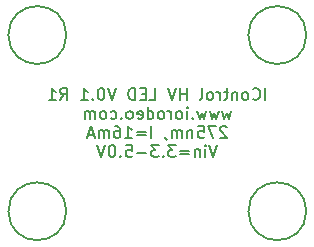
<source format=gbo>
%TF.GenerationSoftware,KiCad,Pcbnew,7.0.8-7.0.8~ubuntu22.04.1*%
%TF.CreationDate,2024-02-01T21:47:39-08:00*%
%TF.ProjectId,275nm_SU_CULBN2_16mA,3237356e-6d5f-4535-955f-43554c424e32,rev?*%
%TF.SameCoordinates,Original*%
%TF.FileFunction,Legend,Bot*%
%TF.FilePolarity,Positive*%
%FSLAX46Y46*%
G04 Gerber Fmt 4.6, Leading zero omitted, Abs format (unit mm)*
G04 Created by KiCad (PCBNEW 7.0.8-7.0.8~ubuntu22.04.1) date 2024-02-01 21:47:39*
%MOMM*%
%LPD*%
G01*
G04 APERTURE LIST*
%ADD10C,0.150000*%
G04 APERTURE END LIST*
D10*
X71842857Y-58039819D02*
X71842857Y-57039819D01*
X70795239Y-57944580D02*
X70842858Y-57992200D01*
X70842858Y-57992200D02*
X70985715Y-58039819D01*
X70985715Y-58039819D02*
X71080953Y-58039819D01*
X71080953Y-58039819D02*
X71223810Y-57992200D01*
X71223810Y-57992200D02*
X71319048Y-57896961D01*
X71319048Y-57896961D02*
X71366667Y-57801723D01*
X71366667Y-57801723D02*
X71414286Y-57611247D01*
X71414286Y-57611247D02*
X71414286Y-57468390D01*
X71414286Y-57468390D02*
X71366667Y-57277914D01*
X71366667Y-57277914D02*
X71319048Y-57182676D01*
X71319048Y-57182676D02*
X71223810Y-57087438D01*
X71223810Y-57087438D02*
X71080953Y-57039819D01*
X71080953Y-57039819D02*
X70985715Y-57039819D01*
X70985715Y-57039819D02*
X70842858Y-57087438D01*
X70842858Y-57087438D02*
X70795239Y-57135057D01*
X70223810Y-58039819D02*
X70319048Y-57992200D01*
X70319048Y-57992200D02*
X70366667Y-57944580D01*
X70366667Y-57944580D02*
X70414286Y-57849342D01*
X70414286Y-57849342D02*
X70414286Y-57563628D01*
X70414286Y-57563628D02*
X70366667Y-57468390D01*
X70366667Y-57468390D02*
X70319048Y-57420771D01*
X70319048Y-57420771D02*
X70223810Y-57373152D01*
X70223810Y-57373152D02*
X70080953Y-57373152D01*
X70080953Y-57373152D02*
X69985715Y-57420771D01*
X69985715Y-57420771D02*
X69938096Y-57468390D01*
X69938096Y-57468390D02*
X69890477Y-57563628D01*
X69890477Y-57563628D02*
X69890477Y-57849342D01*
X69890477Y-57849342D02*
X69938096Y-57944580D01*
X69938096Y-57944580D02*
X69985715Y-57992200D01*
X69985715Y-57992200D02*
X70080953Y-58039819D01*
X70080953Y-58039819D02*
X70223810Y-58039819D01*
X69461905Y-57373152D02*
X69461905Y-58039819D01*
X69461905Y-57468390D02*
X69414286Y-57420771D01*
X69414286Y-57420771D02*
X69319048Y-57373152D01*
X69319048Y-57373152D02*
X69176191Y-57373152D01*
X69176191Y-57373152D02*
X69080953Y-57420771D01*
X69080953Y-57420771D02*
X69033334Y-57516009D01*
X69033334Y-57516009D02*
X69033334Y-58039819D01*
X68700000Y-57373152D02*
X68319048Y-57373152D01*
X68557143Y-57039819D02*
X68557143Y-57896961D01*
X68557143Y-57896961D02*
X68509524Y-57992200D01*
X68509524Y-57992200D02*
X68414286Y-58039819D01*
X68414286Y-58039819D02*
X68319048Y-58039819D01*
X67985714Y-58039819D02*
X67985714Y-57373152D01*
X67985714Y-57563628D02*
X67938095Y-57468390D01*
X67938095Y-57468390D02*
X67890476Y-57420771D01*
X67890476Y-57420771D02*
X67795238Y-57373152D01*
X67795238Y-57373152D02*
X67700000Y-57373152D01*
X67223809Y-58039819D02*
X67319047Y-57992200D01*
X67319047Y-57992200D02*
X67366666Y-57944580D01*
X67366666Y-57944580D02*
X67414285Y-57849342D01*
X67414285Y-57849342D02*
X67414285Y-57563628D01*
X67414285Y-57563628D02*
X67366666Y-57468390D01*
X67366666Y-57468390D02*
X67319047Y-57420771D01*
X67319047Y-57420771D02*
X67223809Y-57373152D01*
X67223809Y-57373152D02*
X67080952Y-57373152D01*
X67080952Y-57373152D02*
X66985714Y-57420771D01*
X66985714Y-57420771D02*
X66938095Y-57468390D01*
X66938095Y-57468390D02*
X66890476Y-57563628D01*
X66890476Y-57563628D02*
X66890476Y-57849342D01*
X66890476Y-57849342D02*
X66938095Y-57944580D01*
X66938095Y-57944580D02*
X66985714Y-57992200D01*
X66985714Y-57992200D02*
X67080952Y-58039819D01*
X67080952Y-58039819D02*
X67223809Y-58039819D01*
X66319047Y-58039819D02*
X66414285Y-57992200D01*
X66414285Y-57992200D02*
X66461904Y-57896961D01*
X66461904Y-57896961D02*
X66461904Y-57039819D01*
X65176189Y-58039819D02*
X65176189Y-57039819D01*
X65176189Y-57516009D02*
X64604761Y-57516009D01*
X64604761Y-58039819D02*
X64604761Y-57039819D01*
X64271427Y-57039819D02*
X63938094Y-58039819D01*
X63938094Y-58039819D02*
X63604761Y-57039819D01*
X62033332Y-58039819D02*
X62509522Y-58039819D01*
X62509522Y-58039819D02*
X62509522Y-57039819D01*
X61699998Y-57516009D02*
X61366665Y-57516009D01*
X61223808Y-58039819D02*
X61699998Y-58039819D01*
X61699998Y-58039819D02*
X61699998Y-57039819D01*
X61699998Y-57039819D02*
X61223808Y-57039819D01*
X60795236Y-58039819D02*
X60795236Y-57039819D01*
X60795236Y-57039819D02*
X60557141Y-57039819D01*
X60557141Y-57039819D02*
X60414284Y-57087438D01*
X60414284Y-57087438D02*
X60319046Y-57182676D01*
X60319046Y-57182676D02*
X60271427Y-57277914D01*
X60271427Y-57277914D02*
X60223808Y-57468390D01*
X60223808Y-57468390D02*
X60223808Y-57611247D01*
X60223808Y-57611247D02*
X60271427Y-57801723D01*
X60271427Y-57801723D02*
X60319046Y-57896961D01*
X60319046Y-57896961D02*
X60414284Y-57992200D01*
X60414284Y-57992200D02*
X60557141Y-58039819D01*
X60557141Y-58039819D02*
X60795236Y-58039819D01*
X59176188Y-57039819D02*
X58842855Y-58039819D01*
X58842855Y-58039819D02*
X58509522Y-57039819D01*
X57985712Y-57039819D02*
X57890474Y-57039819D01*
X57890474Y-57039819D02*
X57795236Y-57087438D01*
X57795236Y-57087438D02*
X57747617Y-57135057D01*
X57747617Y-57135057D02*
X57699998Y-57230295D01*
X57699998Y-57230295D02*
X57652379Y-57420771D01*
X57652379Y-57420771D02*
X57652379Y-57658866D01*
X57652379Y-57658866D02*
X57699998Y-57849342D01*
X57699998Y-57849342D02*
X57747617Y-57944580D01*
X57747617Y-57944580D02*
X57795236Y-57992200D01*
X57795236Y-57992200D02*
X57890474Y-58039819D01*
X57890474Y-58039819D02*
X57985712Y-58039819D01*
X57985712Y-58039819D02*
X58080950Y-57992200D01*
X58080950Y-57992200D02*
X58128569Y-57944580D01*
X58128569Y-57944580D02*
X58176188Y-57849342D01*
X58176188Y-57849342D02*
X58223807Y-57658866D01*
X58223807Y-57658866D02*
X58223807Y-57420771D01*
X58223807Y-57420771D02*
X58176188Y-57230295D01*
X58176188Y-57230295D02*
X58128569Y-57135057D01*
X58128569Y-57135057D02*
X58080950Y-57087438D01*
X58080950Y-57087438D02*
X57985712Y-57039819D01*
X57223807Y-57944580D02*
X57176188Y-57992200D01*
X57176188Y-57992200D02*
X57223807Y-58039819D01*
X57223807Y-58039819D02*
X57271426Y-57992200D01*
X57271426Y-57992200D02*
X57223807Y-57944580D01*
X57223807Y-57944580D02*
X57223807Y-58039819D01*
X56223808Y-58039819D02*
X56795236Y-58039819D01*
X56509522Y-58039819D02*
X56509522Y-57039819D01*
X56509522Y-57039819D02*
X56604760Y-57182676D01*
X56604760Y-57182676D02*
X56699998Y-57277914D01*
X56699998Y-57277914D02*
X56795236Y-57325533D01*
X54461903Y-58039819D02*
X54795236Y-57563628D01*
X55033331Y-58039819D02*
X55033331Y-57039819D01*
X55033331Y-57039819D02*
X54652379Y-57039819D01*
X54652379Y-57039819D02*
X54557141Y-57087438D01*
X54557141Y-57087438D02*
X54509522Y-57135057D01*
X54509522Y-57135057D02*
X54461903Y-57230295D01*
X54461903Y-57230295D02*
X54461903Y-57373152D01*
X54461903Y-57373152D02*
X54509522Y-57468390D01*
X54509522Y-57468390D02*
X54557141Y-57516009D01*
X54557141Y-57516009D02*
X54652379Y-57563628D01*
X54652379Y-57563628D02*
X55033331Y-57563628D01*
X53509522Y-58039819D02*
X54080950Y-58039819D01*
X53795236Y-58039819D02*
X53795236Y-57039819D01*
X53795236Y-57039819D02*
X53890474Y-57182676D01*
X53890474Y-57182676D02*
X53985712Y-57277914D01*
X53985712Y-57277914D02*
X54080950Y-57325533D01*
X68938094Y-58983152D02*
X68747618Y-59649819D01*
X68747618Y-59649819D02*
X68557142Y-59173628D01*
X68557142Y-59173628D02*
X68366666Y-59649819D01*
X68366666Y-59649819D02*
X68176190Y-58983152D01*
X67890475Y-58983152D02*
X67699999Y-59649819D01*
X67699999Y-59649819D02*
X67509523Y-59173628D01*
X67509523Y-59173628D02*
X67319047Y-59649819D01*
X67319047Y-59649819D02*
X67128571Y-58983152D01*
X66842856Y-58983152D02*
X66652380Y-59649819D01*
X66652380Y-59649819D02*
X66461904Y-59173628D01*
X66461904Y-59173628D02*
X66271428Y-59649819D01*
X66271428Y-59649819D02*
X66080952Y-58983152D01*
X65699999Y-59554580D02*
X65652380Y-59602200D01*
X65652380Y-59602200D02*
X65699999Y-59649819D01*
X65699999Y-59649819D02*
X65747618Y-59602200D01*
X65747618Y-59602200D02*
X65699999Y-59554580D01*
X65699999Y-59554580D02*
X65699999Y-59649819D01*
X65223809Y-59649819D02*
X65223809Y-58983152D01*
X65223809Y-58649819D02*
X65271428Y-58697438D01*
X65271428Y-58697438D02*
X65223809Y-58745057D01*
X65223809Y-58745057D02*
X65176190Y-58697438D01*
X65176190Y-58697438D02*
X65223809Y-58649819D01*
X65223809Y-58649819D02*
X65223809Y-58745057D01*
X64604762Y-59649819D02*
X64700000Y-59602200D01*
X64700000Y-59602200D02*
X64747619Y-59554580D01*
X64747619Y-59554580D02*
X64795238Y-59459342D01*
X64795238Y-59459342D02*
X64795238Y-59173628D01*
X64795238Y-59173628D02*
X64747619Y-59078390D01*
X64747619Y-59078390D02*
X64700000Y-59030771D01*
X64700000Y-59030771D02*
X64604762Y-58983152D01*
X64604762Y-58983152D02*
X64461905Y-58983152D01*
X64461905Y-58983152D02*
X64366667Y-59030771D01*
X64366667Y-59030771D02*
X64319048Y-59078390D01*
X64319048Y-59078390D02*
X64271429Y-59173628D01*
X64271429Y-59173628D02*
X64271429Y-59459342D01*
X64271429Y-59459342D02*
X64319048Y-59554580D01*
X64319048Y-59554580D02*
X64366667Y-59602200D01*
X64366667Y-59602200D02*
X64461905Y-59649819D01*
X64461905Y-59649819D02*
X64604762Y-59649819D01*
X63842857Y-59649819D02*
X63842857Y-58983152D01*
X63842857Y-59173628D02*
X63795238Y-59078390D01*
X63795238Y-59078390D02*
X63747619Y-59030771D01*
X63747619Y-59030771D02*
X63652381Y-58983152D01*
X63652381Y-58983152D02*
X63557143Y-58983152D01*
X63080952Y-59649819D02*
X63176190Y-59602200D01*
X63176190Y-59602200D02*
X63223809Y-59554580D01*
X63223809Y-59554580D02*
X63271428Y-59459342D01*
X63271428Y-59459342D02*
X63271428Y-59173628D01*
X63271428Y-59173628D02*
X63223809Y-59078390D01*
X63223809Y-59078390D02*
X63176190Y-59030771D01*
X63176190Y-59030771D02*
X63080952Y-58983152D01*
X63080952Y-58983152D02*
X62938095Y-58983152D01*
X62938095Y-58983152D02*
X62842857Y-59030771D01*
X62842857Y-59030771D02*
X62795238Y-59078390D01*
X62795238Y-59078390D02*
X62747619Y-59173628D01*
X62747619Y-59173628D02*
X62747619Y-59459342D01*
X62747619Y-59459342D02*
X62795238Y-59554580D01*
X62795238Y-59554580D02*
X62842857Y-59602200D01*
X62842857Y-59602200D02*
X62938095Y-59649819D01*
X62938095Y-59649819D02*
X63080952Y-59649819D01*
X61890476Y-59649819D02*
X61890476Y-58649819D01*
X61890476Y-59602200D02*
X61985714Y-59649819D01*
X61985714Y-59649819D02*
X62176190Y-59649819D01*
X62176190Y-59649819D02*
X62271428Y-59602200D01*
X62271428Y-59602200D02*
X62319047Y-59554580D01*
X62319047Y-59554580D02*
X62366666Y-59459342D01*
X62366666Y-59459342D02*
X62366666Y-59173628D01*
X62366666Y-59173628D02*
X62319047Y-59078390D01*
X62319047Y-59078390D02*
X62271428Y-59030771D01*
X62271428Y-59030771D02*
X62176190Y-58983152D01*
X62176190Y-58983152D02*
X61985714Y-58983152D01*
X61985714Y-58983152D02*
X61890476Y-59030771D01*
X61033333Y-59602200D02*
X61128571Y-59649819D01*
X61128571Y-59649819D02*
X61319047Y-59649819D01*
X61319047Y-59649819D02*
X61414285Y-59602200D01*
X61414285Y-59602200D02*
X61461904Y-59506961D01*
X61461904Y-59506961D02*
X61461904Y-59126009D01*
X61461904Y-59126009D02*
X61414285Y-59030771D01*
X61414285Y-59030771D02*
X61319047Y-58983152D01*
X61319047Y-58983152D02*
X61128571Y-58983152D01*
X61128571Y-58983152D02*
X61033333Y-59030771D01*
X61033333Y-59030771D02*
X60985714Y-59126009D01*
X60985714Y-59126009D02*
X60985714Y-59221247D01*
X60985714Y-59221247D02*
X61461904Y-59316485D01*
X60414285Y-59649819D02*
X60509523Y-59602200D01*
X60509523Y-59602200D02*
X60557142Y-59554580D01*
X60557142Y-59554580D02*
X60604761Y-59459342D01*
X60604761Y-59459342D02*
X60604761Y-59173628D01*
X60604761Y-59173628D02*
X60557142Y-59078390D01*
X60557142Y-59078390D02*
X60509523Y-59030771D01*
X60509523Y-59030771D02*
X60414285Y-58983152D01*
X60414285Y-58983152D02*
X60271428Y-58983152D01*
X60271428Y-58983152D02*
X60176190Y-59030771D01*
X60176190Y-59030771D02*
X60128571Y-59078390D01*
X60128571Y-59078390D02*
X60080952Y-59173628D01*
X60080952Y-59173628D02*
X60080952Y-59459342D01*
X60080952Y-59459342D02*
X60128571Y-59554580D01*
X60128571Y-59554580D02*
X60176190Y-59602200D01*
X60176190Y-59602200D02*
X60271428Y-59649819D01*
X60271428Y-59649819D02*
X60414285Y-59649819D01*
X59652380Y-59554580D02*
X59604761Y-59602200D01*
X59604761Y-59602200D02*
X59652380Y-59649819D01*
X59652380Y-59649819D02*
X59699999Y-59602200D01*
X59699999Y-59602200D02*
X59652380Y-59554580D01*
X59652380Y-59554580D02*
X59652380Y-59649819D01*
X58747619Y-59602200D02*
X58842857Y-59649819D01*
X58842857Y-59649819D02*
X59033333Y-59649819D01*
X59033333Y-59649819D02*
X59128571Y-59602200D01*
X59128571Y-59602200D02*
X59176190Y-59554580D01*
X59176190Y-59554580D02*
X59223809Y-59459342D01*
X59223809Y-59459342D02*
X59223809Y-59173628D01*
X59223809Y-59173628D02*
X59176190Y-59078390D01*
X59176190Y-59078390D02*
X59128571Y-59030771D01*
X59128571Y-59030771D02*
X59033333Y-58983152D01*
X59033333Y-58983152D02*
X58842857Y-58983152D01*
X58842857Y-58983152D02*
X58747619Y-59030771D01*
X58176190Y-59649819D02*
X58271428Y-59602200D01*
X58271428Y-59602200D02*
X58319047Y-59554580D01*
X58319047Y-59554580D02*
X58366666Y-59459342D01*
X58366666Y-59459342D02*
X58366666Y-59173628D01*
X58366666Y-59173628D02*
X58319047Y-59078390D01*
X58319047Y-59078390D02*
X58271428Y-59030771D01*
X58271428Y-59030771D02*
X58176190Y-58983152D01*
X58176190Y-58983152D02*
X58033333Y-58983152D01*
X58033333Y-58983152D02*
X57938095Y-59030771D01*
X57938095Y-59030771D02*
X57890476Y-59078390D01*
X57890476Y-59078390D02*
X57842857Y-59173628D01*
X57842857Y-59173628D02*
X57842857Y-59459342D01*
X57842857Y-59459342D02*
X57890476Y-59554580D01*
X57890476Y-59554580D02*
X57938095Y-59602200D01*
X57938095Y-59602200D02*
X58033333Y-59649819D01*
X58033333Y-59649819D02*
X58176190Y-59649819D01*
X57414285Y-59649819D02*
X57414285Y-58983152D01*
X57414285Y-59078390D02*
X57366666Y-59030771D01*
X57366666Y-59030771D02*
X57271428Y-58983152D01*
X57271428Y-58983152D02*
X57128571Y-58983152D01*
X57128571Y-58983152D02*
X57033333Y-59030771D01*
X57033333Y-59030771D02*
X56985714Y-59126009D01*
X56985714Y-59126009D02*
X56985714Y-59649819D01*
X56985714Y-59126009D02*
X56938095Y-59030771D01*
X56938095Y-59030771D02*
X56842857Y-58983152D01*
X56842857Y-58983152D02*
X56700000Y-58983152D01*
X56700000Y-58983152D02*
X56604761Y-59030771D01*
X56604761Y-59030771D02*
X56557142Y-59126009D01*
X56557142Y-59126009D02*
X56557142Y-59649819D01*
X68580951Y-60355057D02*
X68533332Y-60307438D01*
X68533332Y-60307438D02*
X68438094Y-60259819D01*
X68438094Y-60259819D02*
X68199999Y-60259819D01*
X68199999Y-60259819D02*
X68104761Y-60307438D01*
X68104761Y-60307438D02*
X68057142Y-60355057D01*
X68057142Y-60355057D02*
X68009523Y-60450295D01*
X68009523Y-60450295D02*
X68009523Y-60545533D01*
X68009523Y-60545533D02*
X68057142Y-60688390D01*
X68057142Y-60688390D02*
X68628570Y-61259819D01*
X68628570Y-61259819D02*
X68009523Y-61259819D01*
X67676189Y-60259819D02*
X67009523Y-60259819D01*
X67009523Y-60259819D02*
X67438094Y-61259819D01*
X66152380Y-60259819D02*
X66628570Y-60259819D01*
X66628570Y-60259819D02*
X66676189Y-60736009D01*
X66676189Y-60736009D02*
X66628570Y-60688390D01*
X66628570Y-60688390D02*
X66533332Y-60640771D01*
X66533332Y-60640771D02*
X66295237Y-60640771D01*
X66295237Y-60640771D02*
X66199999Y-60688390D01*
X66199999Y-60688390D02*
X66152380Y-60736009D01*
X66152380Y-60736009D02*
X66104761Y-60831247D01*
X66104761Y-60831247D02*
X66104761Y-61069342D01*
X66104761Y-61069342D02*
X66152380Y-61164580D01*
X66152380Y-61164580D02*
X66199999Y-61212200D01*
X66199999Y-61212200D02*
X66295237Y-61259819D01*
X66295237Y-61259819D02*
X66533332Y-61259819D01*
X66533332Y-61259819D02*
X66628570Y-61212200D01*
X66628570Y-61212200D02*
X66676189Y-61164580D01*
X65676189Y-60593152D02*
X65676189Y-61259819D01*
X65676189Y-60688390D02*
X65628570Y-60640771D01*
X65628570Y-60640771D02*
X65533332Y-60593152D01*
X65533332Y-60593152D02*
X65390475Y-60593152D01*
X65390475Y-60593152D02*
X65295237Y-60640771D01*
X65295237Y-60640771D02*
X65247618Y-60736009D01*
X65247618Y-60736009D02*
X65247618Y-61259819D01*
X64771427Y-61259819D02*
X64771427Y-60593152D01*
X64771427Y-60688390D02*
X64723808Y-60640771D01*
X64723808Y-60640771D02*
X64628570Y-60593152D01*
X64628570Y-60593152D02*
X64485713Y-60593152D01*
X64485713Y-60593152D02*
X64390475Y-60640771D01*
X64390475Y-60640771D02*
X64342856Y-60736009D01*
X64342856Y-60736009D02*
X64342856Y-61259819D01*
X64342856Y-60736009D02*
X64295237Y-60640771D01*
X64295237Y-60640771D02*
X64199999Y-60593152D01*
X64199999Y-60593152D02*
X64057142Y-60593152D01*
X64057142Y-60593152D02*
X63961903Y-60640771D01*
X63961903Y-60640771D02*
X63914284Y-60736009D01*
X63914284Y-60736009D02*
X63914284Y-61259819D01*
X63390475Y-61212200D02*
X63390475Y-61259819D01*
X63390475Y-61259819D02*
X63438094Y-61355057D01*
X63438094Y-61355057D02*
X63485713Y-61402676D01*
X62199999Y-61259819D02*
X62199999Y-60259819D01*
X61723809Y-60736009D02*
X60961905Y-60736009D01*
X60961905Y-61021723D02*
X61723809Y-61021723D01*
X59961905Y-61259819D02*
X60533333Y-61259819D01*
X60247619Y-61259819D02*
X60247619Y-60259819D01*
X60247619Y-60259819D02*
X60342857Y-60402676D01*
X60342857Y-60402676D02*
X60438095Y-60497914D01*
X60438095Y-60497914D02*
X60533333Y-60545533D01*
X59104762Y-60259819D02*
X59295238Y-60259819D01*
X59295238Y-60259819D02*
X59390476Y-60307438D01*
X59390476Y-60307438D02*
X59438095Y-60355057D01*
X59438095Y-60355057D02*
X59533333Y-60497914D01*
X59533333Y-60497914D02*
X59580952Y-60688390D01*
X59580952Y-60688390D02*
X59580952Y-61069342D01*
X59580952Y-61069342D02*
X59533333Y-61164580D01*
X59533333Y-61164580D02*
X59485714Y-61212200D01*
X59485714Y-61212200D02*
X59390476Y-61259819D01*
X59390476Y-61259819D02*
X59200000Y-61259819D01*
X59200000Y-61259819D02*
X59104762Y-61212200D01*
X59104762Y-61212200D02*
X59057143Y-61164580D01*
X59057143Y-61164580D02*
X59009524Y-61069342D01*
X59009524Y-61069342D02*
X59009524Y-60831247D01*
X59009524Y-60831247D02*
X59057143Y-60736009D01*
X59057143Y-60736009D02*
X59104762Y-60688390D01*
X59104762Y-60688390D02*
X59200000Y-60640771D01*
X59200000Y-60640771D02*
X59390476Y-60640771D01*
X59390476Y-60640771D02*
X59485714Y-60688390D01*
X59485714Y-60688390D02*
X59533333Y-60736009D01*
X59533333Y-60736009D02*
X59580952Y-60831247D01*
X58580952Y-61259819D02*
X58580952Y-60593152D01*
X58580952Y-60688390D02*
X58533333Y-60640771D01*
X58533333Y-60640771D02*
X58438095Y-60593152D01*
X58438095Y-60593152D02*
X58295238Y-60593152D01*
X58295238Y-60593152D02*
X58200000Y-60640771D01*
X58200000Y-60640771D02*
X58152381Y-60736009D01*
X58152381Y-60736009D02*
X58152381Y-61259819D01*
X58152381Y-60736009D02*
X58104762Y-60640771D01*
X58104762Y-60640771D02*
X58009524Y-60593152D01*
X58009524Y-60593152D02*
X57866667Y-60593152D01*
X57866667Y-60593152D02*
X57771428Y-60640771D01*
X57771428Y-60640771D02*
X57723809Y-60736009D01*
X57723809Y-60736009D02*
X57723809Y-61259819D01*
X57295238Y-60974104D02*
X56819048Y-60974104D01*
X57390476Y-61259819D02*
X57057143Y-60259819D01*
X57057143Y-60259819D02*
X56723810Y-61259819D01*
X67771427Y-61869819D02*
X67438094Y-62869819D01*
X67438094Y-62869819D02*
X67104761Y-61869819D01*
X66771427Y-62869819D02*
X66771427Y-62203152D01*
X66771427Y-61869819D02*
X66819046Y-61917438D01*
X66819046Y-61917438D02*
X66771427Y-61965057D01*
X66771427Y-61965057D02*
X66723808Y-61917438D01*
X66723808Y-61917438D02*
X66771427Y-61869819D01*
X66771427Y-61869819D02*
X66771427Y-61965057D01*
X66295237Y-62203152D02*
X66295237Y-62869819D01*
X66295237Y-62298390D02*
X66247618Y-62250771D01*
X66247618Y-62250771D02*
X66152380Y-62203152D01*
X66152380Y-62203152D02*
X66009523Y-62203152D01*
X66009523Y-62203152D02*
X65914285Y-62250771D01*
X65914285Y-62250771D02*
X65866666Y-62346009D01*
X65866666Y-62346009D02*
X65866666Y-62869819D01*
X65390475Y-62346009D02*
X64628571Y-62346009D01*
X64628571Y-62631723D02*
X65390475Y-62631723D01*
X64247618Y-61869819D02*
X63628571Y-61869819D01*
X63628571Y-61869819D02*
X63961904Y-62250771D01*
X63961904Y-62250771D02*
X63819047Y-62250771D01*
X63819047Y-62250771D02*
X63723809Y-62298390D01*
X63723809Y-62298390D02*
X63676190Y-62346009D01*
X63676190Y-62346009D02*
X63628571Y-62441247D01*
X63628571Y-62441247D02*
X63628571Y-62679342D01*
X63628571Y-62679342D02*
X63676190Y-62774580D01*
X63676190Y-62774580D02*
X63723809Y-62822200D01*
X63723809Y-62822200D02*
X63819047Y-62869819D01*
X63819047Y-62869819D02*
X64104761Y-62869819D01*
X64104761Y-62869819D02*
X64199999Y-62822200D01*
X64199999Y-62822200D02*
X64247618Y-62774580D01*
X63199999Y-62774580D02*
X63152380Y-62822200D01*
X63152380Y-62822200D02*
X63199999Y-62869819D01*
X63199999Y-62869819D02*
X63247618Y-62822200D01*
X63247618Y-62822200D02*
X63199999Y-62774580D01*
X63199999Y-62774580D02*
X63199999Y-62869819D01*
X62819047Y-61869819D02*
X62200000Y-61869819D01*
X62200000Y-61869819D02*
X62533333Y-62250771D01*
X62533333Y-62250771D02*
X62390476Y-62250771D01*
X62390476Y-62250771D02*
X62295238Y-62298390D01*
X62295238Y-62298390D02*
X62247619Y-62346009D01*
X62247619Y-62346009D02*
X62200000Y-62441247D01*
X62200000Y-62441247D02*
X62200000Y-62679342D01*
X62200000Y-62679342D02*
X62247619Y-62774580D01*
X62247619Y-62774580D02*
X62295238Y-62822200D01*
X62295238Y-62822200D02*
X62390476Y-62869819D01*
X62390476Y-62869819D02*
X62676190Y-62869819D01*
X62676190Y-62869819D02*
X62771428Y-62822200D01*
X62771428Y-62822200D02*
X62819047Y-62774580D01*
X61771428Y-62488866D02*
X61009524Y-62488866D01*
X60057143Y-61869819D02*
X60533333Y-61869819D01*
X60533333Y-61869819D02*
X60580952Y-62346009D01*
X60580952Y-62346009D02*
X60533333Y-62298390D01*
X60533333Y-62298390D02*
X60438095Y-62250771D01*
X60438095Y-62250771D02*
X60200000Y-62250771D01*
X60200000Y-62250771D02*
X60104762Y-62298390D01*
X60104762Y-62298390D02*
X60057143Y-62346009D01*
X60057143Y-62346009D02*
X60009524Y-62441247D01*
X60009524Y-62441247D02*
X60009524Y-62679342D01*
X60009524Y-62679342D02*
X60057143Y-62774580D01*
X60057143Y-62774580D02*
X60104762Y-62822200D01*
X60104762Y-62822200D02*
X60200000Y-62869819D01*
X60200000Y-62869819D02*
X60438095Y-62869819D01*
X60438095Y-62869819D02*
X60533333Y-62822200D01*
X60533333Y-62822200D02*
X60580952Y-62774580D01*
X59580952Y-62774580D02*
X59533333Y-62822200D01*
X59533333Y-62822200D02*
X59580952Y-62869819D01*
X59580952Y-62869819D02*
X59628571Y-62822200D01*
X59628571Y-62822200D02*
X59580952Y-62774580D01*
X59580952Y-62774580D02*
X59580952Y-62869819D01*
X58914286Y-61869819D02*
X58819048Y-61869819D01*
X58819048Y-61869819D02*
X58723810Y-61917438D01*
X58723810Y-61917438D02*
X58676191Y-61965057D01*
X58676191Y-61965057D02*
X58628572Y-62060295D01*
X58628572Y-62060295D02*
X58580953Y-62250771D01*
X58580953Y-62250771D02*
X58580953Y-62488866D01*
X58580953Y-62488866D02*
X58628572Y-62679342D01*
X58628572Y-62679342D02*
X58676191Y-62774580D01*
X58676191Y-62774580D02*
X58723810Y-62822200D01*
X58723810Y-62822200D02*
X58819048Y-62869819D01*
X58819048Y-62869819D02*
X58914286Y-62869819D01*
X58914286Y-62869819D02*
X59009524Y-62822200D01*
X59009524Y-62822200D02*
X59057143Y-62774580D01*
X59057143Y-62774580D02*
X59104762Y-62679342D01*
X59104762Y-62679342D02*
X59152381Y-62488866D01*
X59152381Y-62488866D02*
X59152381Y-62250771D01*
X59152381Y-62250771D02*
X59104762Y-62060295D01*
X59104762Y-62060295D02*
X59057143Y-61965057D01*
X59057143Y-61965057D02*
X59009524Y-61917438D01*
X59009524Y-61917438D02*
X58914286Y-61869819D01*
X58295238Y-61869819D02*
X57961905Y-62869819D01*
X57961905Y-62869819D02*
X57628572Y-61869819D01*
%TO.C,M1*%
X54990000Y-52540000D02*
G75*
G03*
X54990000Y-52540000I-2450000J0D01*
G01*
%TO.C,M2*%
X75310000Y-52540000D02*
G75*
G03*
X75310000Y-52540000I-2450000J0D01*
G01*
%TO.C,M3*%
X75310000Y-67460000D02*
G75*
G03*
X75310000Y-67460000I-2450000J0D01*
G01*
%TO.C,M4*%
X54990000Y-67460000D02*
G75*
G03*
X54990000Y-67460000I-2450000J0D01*
G01*
%TD*%
M02*

</source>
